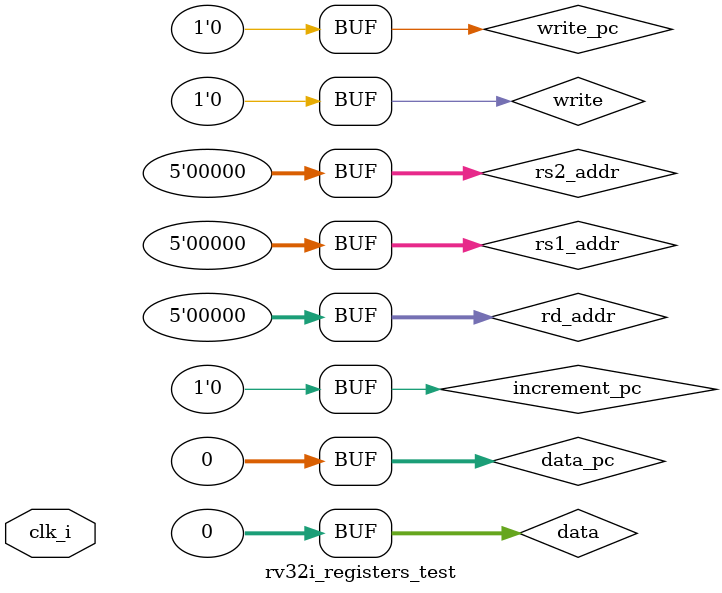
<source format=v>

`include "rv32i_registers.v"

module rv32i_registers_test(
    input wire clk_i
  );

  reg write = 0;
  reg write_pc = 0;
  reg increment_pc = 0;

  reg [31:0] data = 0;
  reg [31:0] data_pc = 0;

  reg [4:0] rs1_addr = 0;
  reg [4:0] rs2_addr = 0;
  reg [4:0] rd_addr = 0;

  wire [31:0] rs1;
  wire [31:0] rs2;
  wire [31:0] pc;

  rv32i_registers #(
    .XLEN(32),
    .REG_BITS(5)
  ) RV32I_REGISTERS (
    .clk_i(clk_i),
    .write_i(write),
    .write_pc_i(write_pc),
    .increment_pc_i(increment_pc),
    .data_i(data),
    .data_pc_i(data_pc),
    .rs1_addr_i(rs1_addr),
    .rs2_addr_i(rs2_addr),
    .rd_addr_i(rd_addr),
    .rs1_o(rs1),
    .rs2_o(rs2),
    .pc_o(pc)
  );

endmodule
</source>
